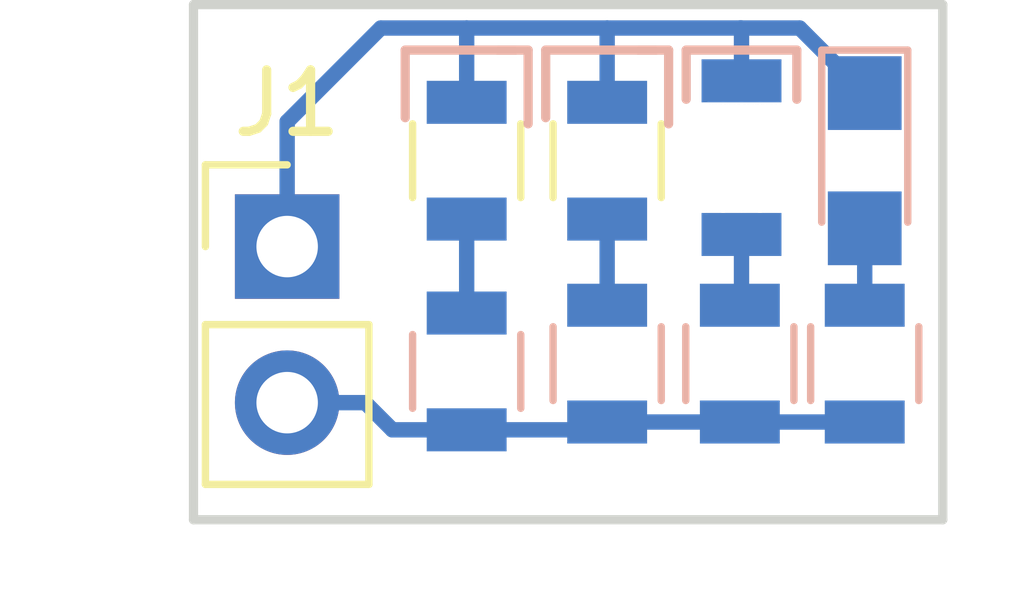
<source format=kicad_pcb>
(kicad_pcb (version 4) (host pcbnew 4.0.7)

  (general
    (links 12)
    (no_connects 2)
    (area 150.927999 106.223999 163.270001 114.756001)
    (thickness 1.6)
    (drawings 4)
    (tracks 21)
    (zones 0)
    (modules 9)
    (nets 7)
  )

  (page A4)
  (layers
    (0 F.Cu signal)
    (31 B.Cu signal)
    (32 B.Adhes user)
    (33 F.Adhes user)
    (34 B.Paste user)
    (35 F.Paste user)
    (36 B.SilkS user)
    (37 F.SilkS user)
    (38 B.Mask user)
    (39 F.Mask user)
    (40 Dwgs.User user)
    (41 Cmts.User user)
    (42 Eco1.User user)
    (43 Eco2.User user)
    (44 Edge.Cuts user)
    (45 Margin user)
    (46 B.CrtYd user)
    (47 F.CrtYd user)
    (48 B.Fab user)
    (49 F.Fab user)
  )

  (setup
    (last_trace_width 0.25)
    (trace_clearance 0)
    (zone_clearance 0.508)
    (zone_45_only no)
    (trace_min 0.2)
    (segment_width 0.2)
    (edge_width 0.15)
    (via_size 0.6)
    (via_drill 0.4)
    (via_min_size 0.4)
    (via_min_drill 0.3)
    (uvia_size 0.3)
    (uvia_drill 0.1)
    (uvias_allowed no)
    (uvia_min_size 0.2)
    (uvia_min_drill 0.1)
    (pcb_text_width 0.3)
    (pcb_text_size 1.5 1.5)
    (mod_edge_width 0.15)
    (mod_text_size 1 1)
    (mod_text_width 0.15)
    (pad_size 1.524 1.524)
    (pad_drill 0.762)
    (pad_to_mask_clearance 0.2)
    (aux_axis_origin 0 0)
    (visible_elements FFFFFF7F)
    (pcbplotparams
      (layerselection 0x00030_80000001)
      (usegerberextensions false)
      (excludeedgelayer true)
      (linewidth 0.100000)
      (plotframeref false)
      (viasonmask false)
      (mode 1)
      (useauxorigin false)
      (hpglpennumber 1)
      (hpglpenspeed 20)
      (hpglpendiameter 15)
      (hpglpenoverlay 2)
      (psnegative false)
      (psa4output false)
      (plotreference true)
      (plotvalue true)
      (plotinvisibletext false)
      (padsonsilk false)
      (subtractmaskfromsilk false)
      (outputformat 1)
      (mirror false)
      (drillshape 1)
      (scaleselection 1)
      (outputdirectory ""))
  )

  (net 0 "")
  (net 1 "Net-(D1-Pad1)")
  (net 2 "Net-(D1-Pad2)")
  (net 3 "Net-(D2-Pad2)")
  (net 4 "Net-(D3-Pad2)")
  (net 5 "Net-(D4-Pad2)")
  (net 6 "Net-(J1-Pad2)")

  (net_class Default "This is the default net class."
    (clearance 0)
    (trace_width 0.25)
    (via_dia 0.6)
    (via_drill 0.4)
    (uvia_dia 0.3)
    (uvia_drill 0.1)
    (add_net "Net-(D1-Pad1)")
    (add_net "Net-(D1-Pad2)")
    (add_net "Net-(D2-Pad2)")
    (add_net "Net-(D3-Pad2)")
    (add_net "Net-(D4-Pad2)")
    (add_net "Net-(J1-Pad2)")
  )

  (module SillyComps:GlowBug_CircleRelief placed (layer F.Cu) (tedit 5A206ECF) (tstamp 5A207889)
    (at 155.448 108.839 270)
    (descr "Resistor SMD 0805, reflow soldering, Vishay (see dcrcw.pdf)")
    (tags "resistor 0805")
    (path /5A20F6B1)
    (attr smd)
    (fp_text reference D1 (at 0 -1.65 270) (layer B.SilkS) hide
      (effects (font (size 1 1) (thickness 0.15)) (justify mirror))
    )
    (fp_text value LED (at 0 1.75 270) (layer B.Fab) hide
      (effects (font (size 1 1) (thickness 0.15)) (justify mirror))
    )
    (fp_line (start -0.3 0) (end 0.4 0) (layer B.Mask) (width 0.3))
    (fp_circle (center 0 0) (end 0.3 0.2) (layer B.Mask) (width 0.9))
    (fp_line (start -1.8 -1) (end -1.8 -0.5) (layer B.SilkS) (width 0.15))
    (fp_line (start -0.6 -1) (end -1.8 -1) (layer B.SilkS) (width 0.15))
    (fp_line (start -1.8 -0.8) (end -1.8 1) (layer B.SilkS) (width 0.15))
    (fp_line (start -1.8 1) (end -0.7 1) (layer B.SilkS) (width 0.15))
    (fp_line (start -0.3 0) (end 0.4 0) (layer F.Mask) (width 0.3))
    (fp_circle (center 0 0) (end 0.3 0.2) (layer F.Mask) (width 0.9))
    (fp_text user %R (at -0.1 0 270) (layer B.Fab)
      (effects (font (size 0.5 0.5) (thickness 0.075)) (justify mirror))
    )
    (fp_line (start 0.6 0.88) (end -0.6 0.88) (layer F.SilkS) (width 0.12))
    (fp_line (start -0.6 -0.88) (end 0.6 -0.88) (layer F.SilkS) (width 0.12))
    (fp_line (start -1.55 -0.9) (end 1.55 -0.9) (layer F.CrtYd) (width 0.05))
    (fp_line (start -1.55 -0.9) (end -1.55 0.9) (layer F.CrtYd) (width 0.05))
    (fp_line (start 1.55 0.9) (end 1.55 -0.9) (layer F.CrtYd) (width 0.05))
    (fp_line (start 1.55 0.9) (end -1.55 0.9) (layer F.CrtYd) (width 0.05))
    (pad 1 smd rect (at -0.95 0 270) (size 0.7 1.3) (layers B.Cu F.Paste B.Mask)
      (net 1 "Net-(D1-Pad1)"))
    (pad 2 smd rect (at 0.95 0 270) (size 0.7 1.3) (layers B.Cu B.Paste B.Mask)
      (net 2 "Net-(D1-Pad2)"))
    (model ${KISYS3DMOD}/Resistors_SMD.3dshapes/R_0805.wrl
      (at (xyz 0 0 0))
      (scale (xyz 1 1 1))
      (rotate (xyz 0 0 0))
    )
  )

  (module SillyComps:GlowBug_CircleRelief_Single_Side placed (layer F.Cu) (tedit 5A206ED6) (tstamp 5A20789C)
    (at 157.734 108.839 270)
    (descr "Resistor SMD 0805, reflow soldering, Vishay (see dcrcw.pdf)")
    (tags "resistor 0805")
    (path /5A20F651)
    (attr smd)
    (fp_text reference D2 (at 0 -1.65 270) (layer B.SilkS) hide
      (effects (font (size 1 1) (thickness 0.15)) (justify mirror))
    )
    (fp_text value LED (at 0 1.75 270) (layer B.Fab) hide
      (effects (font (size 1 1) (thickness 0.15)) (justify mirror))
    )
    (fp_line (start -0.3 0) (end 0.4 0) (layer B.Mask) (width 0.3))
    (fp_circle (center 0 0) (end 0.3 0.2) (layer B.Mask) (width 0.9))
    (fp_line (start -1.8 -1) (end -1.8 -0.5) (layer B.SilkS) (width 0.15))
    (fp_line (start -0.6 -1) (end -1.8 -1) (layer B.SilkS) (width 0.15))
    (fp_line (start -1.8 -0.8) (end -1.8 1) (layer B.SilkS) (width 0.15))
    (fp_line (start -1.8 1) (end -0.7 1) (layer B.SilkS) (width 0.15))
    (fp_text user %R (at -0.1 0 270) (layer B.Fab)
      (effects (font (size 0.5 0.5) (thickness 0.075)) (justify mirror))
    )
    (fp_line (start 0.6 0.88) (end -0.6 0.88) (layer F.SilkS) (width 0.12))
    (fp_line (start -0.6 -0.88) (end 0.6 -0.88) (layer F.SilkS) (width 0.12))
    (fp_line (start -1.55 -0.9) (end 1.55 -0.9) (layer F.CrtYd) (width 0.05))
    (fp_line (start -1.55 -0.9) (end -1.55 0.9) (layer F.CrtYd) (width 0.05))
    (fp_line (start 1.55 0.9) (end 1.55 -0.9) (layer F.CrtYd) (width 0.05))
    (fp_line (start 1.55 0.9) (end -1.55 0.9) (layer F.CrtYd) (width 0.05))
    (pad 1 smd rect (at -0.95 0 270) (size 0.7 1.3) (layers B.Cu F.Paste B.Mask)
      (net 1 "Net-(D1-Pad1)"))
    (pad 2 smd rect (at 0.95 0 270) (size 0.7 1.3) (layers B.Cu B.Paste B.Mask)
      (net 3 "Net-(D2-Pad2)"))
    (model ${KISYS3DMOD}/Resistors_SMD.3dshapes/R_0805.wrl
      (at (xyz 0 0 0))
      (scale (xyz 1 1 1))
      (rotate (xyz 0 0 0))
    )
  )

  (module SillyComps:GlowBug_Holes placed (layer F.Cu) (tedit 5A206EE1) (tstamp 5A2078C3)
    (at 160.02 108.839 270)
    (path /5A20F6D5)
    (fp_text reference D3 (at 0.8 -1.5 270) (layer F.SilkS) hide
      (effects (font (size 1 1) (thickness 0.15)))
    )
    (fp_text value LED (at -0.5 -3 270) (layer F.Fab)
      (effects (font (size 1 1) (thickness 0.15)))
    )
    (fp_line (start -1 -0.8) (end -1.8 -0.8) (layer B.SilkS) (width 0.15))
    (fp_line (start -1.8 -0.8) (end -1.8 1) (layer B.SilkS) (width 0.15))
    (fp_line (start -1.8 1) (end -1 1) (layer B.SilkS) (width 0.15))
    (pad "" np_thru_hole circle (at 0.7 0.7 90) (size 0.29 0.29) (drill 0.29) (layers *.Cu *.Mask))
    (pad "" np_thru_hole circle (at 0.7 -0.2 90) (size 0.254 0.254) (drill 0.254) (layers *.Cu *.Mask))
    (pad "" np_thru_hole circle (at 0.4 -0.2 90) (size 0.254 0.254) (drill 0.254) (layers *.Cu *.Mask))
    (pad "" np_thru_hole circle (at 0.1 -0.2 90) (size 0.254 0.254) (drill 0.254) (layers *.Cu *.Mask))
    (pad "" np_thru_hole circle (at -0.2 -0.2 90) (size 0.254 0.254) (drill 0.254) (layers *.Cu *.Mask))
    (pad "" np_thru_hole circle (at -0.5 -0.2 90) (size 0.254 0.254) (drill 0.254) (layers *.Cu *.Mask))
    (pad "" np_thru_hole circle (at -0.8 -0.2 90) (size 0.254 0.254) (drill 0.254) (layers *.Cu *.Mask))
    (pad "" np_thru_hole circle (at 0.7 0.1 90) (size 0.245 0.245) (drill 0.245) (layers *.Cu *.Mask))
    (pad 1 smd rect (at -1.2 0.1 90) (size 0.7 1.3) (drill (offset 0.1 0)) (layers B.Cu B.Paste B.Mask)
      (net 1 "Net-(D1-Pad1)"))
    (pad 2 smd rect (at 1.1 0.1 270) (size 0.7 1.3) (drill oval (offset 0.1 0)) (layers B.Cu B.Paste B.Mask)
      (net 4 "Net-(D3-Pad2)"))
    (pad "" np_thru_hole circle (at 0.7 -0.5 90) (size 0.245 0.245) (drill 0.245) (layers *.Cu *.Mask))
    (pad "" np_thru_hole circle (at 0.7 0.4 90) (size 0.254 0.254) (drill 0.254) (layers *.Cu *.Mask))
    (pad "" np_thru_hole circle (at 0.4 -0.5 90) (size 0.254 0.254) (drill 0.254) (layers *.Cu *.Mask))
    (pad "" np_thru_hole circle (at 0.4 0.1 90) (size 0.254 0.254) (drill 0.254) (layers *.Cu *.Mask))
    (pad "" np_thru_hole circle (at 0.4 0.4 90) (size 0.254 0.254) (drill 0.254) (layers *.Cu *.Mask))
    (pad "" np_thru_hole circle (at 0.1 -0.5 90) (size 0.254 0.254) (drill 0.254) (layers *.Cu *.Mask))
    (pad "" np_thru_hole circle (at 0.1 0.1 90) (size 0.254 0.254) (drill 0.254) (layers *.Cu *.Mask))
    (pad "" np_thru_hole circle (at 0.1 0.4 90) (size 0.254 0.254) (drill 0.254) (layers *.Cu *.Mask))
    (pad "" np_thru_hole circle (at -0.2 -0.5 90) (size 0.254 0.254) (drill 0.254) (layers *.Cu *.Mask))
    (pad "" np_thru_hole circle (at -0.2 0.1 90) (size 0.254 0.254) (drill 0.254) (layers *.Cu *.Mask))
    (pad "" np_thru_hole circle (at -0.2 0.4 90) (size 0.254 0.254) (drill 0.254) (layers *.Cu *.Mask))
    (pad "" np_thru_hole circle (at -0.5 -0.5 90) (size 0.254 0.254) (drill 0.254) (layers *.Cu *.Mask))
    (pad "" np_thru_hole circle (at -0.5 0.1 90) (size 0.254 0.254) (drill 0.254) (layers *.Cu *.Mask))
    (pad "" np_thru_hole circle (at -0.5 0.4 90) (size 0.254 0.254) (drill 0.254) (layers *.Cu *.Mask))
    (pad "" np_thru_hole circle (at -0.8 -0.5 90) (size 0.254 0.254) (drill 0.254) (layers *.Cu *.Mask))
    (pad "" np_thru_hole circle (at -0.8 0.1 90) (size 0.254 0.254) (drill 0.254) (layers *.Cu *.Mask))
    (pad "" np_thru_hole circle (at -0.8 0.4 90) (size 0.254 0.254) (drill 0.254) (layers *.Cu *.Mask))
    (pad "" np_thru_hole circle (at -0.8 0.7 90) (size 0.29 0.29) (drill 0.29) (layers *.Cu *.Mask))
    (pad "" np_thru_hole circle (at -0.5 0.7 90) (size 0.29 0.29) (drill 0.29) (layers *.Cu *.Mask))
    (pad "" np_thru_hole circle (at -0.2 0.7 90) (size 0.29 0.29) (drill 0.29) (layers *.Cu *.Mask))
    (pad "" np_thru_hole circle (at 0.1 0.7 90) (size 0.29 0.29) (drill 0.29) (layers *.Cu *.Mask))
    (pad "" np_thru_hole circle (at 0.4 0.7 90) (size 0.29 0.29) (drill 0.29) (layers *.Cu *.Mask))
  )

  (module LEDs:LED_0805 placed (layer B.Cu) (tedit 5A206EB0) (tstamp 5A2078C9)
    (at 161.925 108.839 270)
    (descr "LED 0805 smd package")
    (tags "LED led 0805 SMD smd SMT smt smdled SMDLED smtled SMTLED")
    (path /5A20F6FB)
    (attr smd)
    (fp_text reference D4 (at 0 1.45 270) (layer B.SilkS) hide
      (effects (font (size 1 1) (thickness 0.15)) (justify mirror))
    )
    (fp_text value LED (at 0 -1.55 270) (layer B.Fab)
      (effects (font (size 1 1) (thickness 0.15)) (justify mirror))
    )
    (fp_line (start -1.8 0.7) (end -1.8 -0.7) (layer B.SilkS) (width 0.12))
    (fp_line (start -0.4 0.4) (end -0.4 -0.4) (layer B.Fab) (width 0.1))
    (fp_line (start -0.4 0) (end 0.2 0.4) (layer B.Fab) (width 0.1))
    (fp_line (start 0.2 -0.4) (end -0.4 0) (layer B.Fab) (width 0.1))
    (fp_line (start 0.2 0.4) (end 0.2 -0.4) (layer B.Fab) (width 0.1))
    (fp_line (start 1 -0.6) (end -1 -0.6) (layer B.Fab) (width 0.1))
    (fp_line (start 1 0.6) (end 1 -0.6) (layer B.Fab) (width 0.1))
    (fp_line (start -1 0.6) (end 1 0.6) (layer B.Fab) (width 0.1))
    (fp_line (start -1 -0.6) (end -1 0.6) (layer B.Fab) (width 0.1))
    (fp_line (start -1.8 -0.7) (end 1 -0.7) (layer B.SilkS) (width 0.12))
    (fp_line (start -1.8 0.7) (end 1 0.7) (layer B.SilkS) (width 0.12))
    (fp_line (start 1.95 0.85) (end 1.95 -0.85) (layer B.CrtYd) (width 0.05))
    (fp_line (start 1.95 -0.85) (end -1.95 -0.85) (layer B.CrtYd) (width 0.05))
    (fp_line (start -1.95 -0.85) (end -1.95 0.85) (layer B.CrtYd) (width 0.05))
    (fp_line (start -1.95 0.85) (end 1.95 0.85) (layer B.CrtYd) (width 0.05))
    (fp_text user %R (at 0 1.25 270) (layer B.Fab)
      (effects (font (size 0.4 0.4) (thickness 0.1)) (justify mirror))
    )
    (pad 2 smd rect (at 1.1 0 90) (size 1.2 1.2) (layers B.Cu B.Paste B.Mask)
      (net 5 "Net-(D4-Pad2)"))
    (pad 1 smd rect (at -1.1 0 90) (size 1.2 1.2) (layers B.Cu B.Paste B.Mask)
      (net 1 "Net-(D1-Pad1)"))
    (model ${KISYS3DMOD}/LEDs.3dshapes/LED_0805.wrl
      (at (xyz 0 0 0))
      (scale (xyz 1 1 1))
      (rotate (xyz 0 0 180))
    )
  )

  (module Pin_Headers:Pin_Header_Straight_1x02_Pitch2.54mm placed (layer F.Cu) (tedit 59650532) (tstamp 5A2078CF)
    (at 152.527 110.236)
    (descr "Through hole straight pin header, 1x02, 2.54mm pitch, single row")
    (tags "Through hole pin header THT 1x02 2.54mm single row")
    (path /5A20F730)
    (fp_text reference J1 (at 0 -2.33) (layer F.SilkS)
      (effects (font (size 1 1) (thickness 0.15)))
    )
    (fp_text value Conn_01x02 (at 0 4.87) (layer F.Fab)
      (effects (font (size 1 1) (thickness 0.15)))
    )
    (fp_line (start -0.635 -1.27) (end 1.27 -1.27) (layer F.Fab) (width 0.1))
    (fp_line (start 1.27 -1.27) (end 1.27 3.81) (layer F.Fab) (width 0.1))
    (fp_line (start 1.27 3.81) (end -1.27 3.81) (layer F.Fab) (width 0.1))
    (fp_line (start -1.27 3.81) (end -1.27 -0.635) (layer F.Fab) (width 0.1))
    (fp_line (start -1.27 -0.635) (end -0.635 -1.27) (layer F.Fab) (width 0.1))
    (fp_line (start -1.33 3.87) (end 1.33 3.87) (layer F.SilkS) (width 0.12))
    (fp_line (start -1.33 1.27) (end -1.33 3.87) (layer F.SilkS) (width 0.12))
    (fp_line (start 1.33 1.27) (end 1.33 3.87) (layer F.SilkS) (width 0.12))
    (fp_line (start -1.33 1.27) (end 1.33 1.27) (layer F.SilkS) (width 0.12))
    (fp_line (start -1.33 0) (end -1.33 -1.33) (layer F.SilkS) (width 0.12))
    (fp_line (start -1.33 -1.33) (end 0 -1.33) (layer F.SilkS) (width 0.12))
    (fp_line (start -1.8 -1.8) (end -1.8 4.35) (layer F.CrtYd) (width 0.05))
    (fp_line (start -1.8 4.35) (end 1.8 4.35) (layer F.CrtYd) (width 0.05))
    (fp_line (start 1.8 4.35) (end 1.8 -1.8) (layer F.CrtYd) (width 0.05))
    (fp_line (start 1.8 -1.8) (end -1.8 -1.8) (layer F.CrtYd) (width 0.05))
    (fp_text user %R (at 0 1.27 90) (layer F.Fab)
      (effects (font (size 1 1) (thickness 0.15)))
    )
    (pad 1 thru_hole rect (at 0 0) (size 1.7 1.7) (drill 1) (layers *.Cu *.Mask)
      (net 1 "Net-(D1-Pad1)"))
    (pad 2 thru_hole oval (at 0 2.54) (size 1.7 1.7) (drill 1) (layers *.Cu *.Mask)
      (net 6 "Net-(J1-Pad2)"))
    (model ${KISYS3DMOD}/Pin_Headers.3dshapes/Pin_Header_Straight_1x02_Pitch2.54mm.wrl
      (at (xyz 0 0 0))
      (scale (xyz 1 1 1))
      (rotate (xyz 0 0 0))
    )
  )

  (module Resistors_SMD:R_0805 placed (layer B.Cu) (tedit 5A206EC5) (tstamp 5A2078E0)
    (at 155.448 112.268 270)
    (descr "Resistor SMD 0805, reflow soldering, Vishay (see dcrcw.pdf)")
    (tags "resistor 0805")
    (path /5A20F5BC)
    (attr smd)
    (fp_text reference R1 (at 0 1.65 270) (layer B.SilkS) hide
      (effects (font (size 1 1) (thickness 0.15)) (justify mirror))
    )
    (fp_text value 200 (at 0 -1.75 270) (layer B.Fab)
      (effects (font (size 1 1) (thickness 0.15)) (justify mirror))
    )
    (fp_text user %R (at 0 0 270) (layer B.Fab)
      (effects (font (size 0.5 0.5) (thickness 0.075)) (justify mirror))
    )
    (fp_line (start -1 -0.62) (end -1 0.62) (layer B.Fab) (width 0.1))
    (fp_line (start 1 -0.62) (end -1 -0.62) (layer B.Fab) (width 0.1))
    (fp_line (start 1 0.62) (end 1 -0.62) (layer B.Fab) (width 0.1))
    (fp_line (start -1 0.62) (end 1 0.62) (layer B.Fab) (width 0.1))
    (fp_line (start 0.6 -0.88) (end -0.6 -0.88) (layer B.SilkS) (width 0.12))
    (fp_line (start -0.6 0.88) (end 0.6 0.88) (layer B.SilkS) (width 0.12))
    (fp_line (start -1.55 0.9) (end 1.55 0.9) (layer B.CrtYd) (width 0.05))
    (fp_line (start -1.55 0.9) (end -1.55 -0.9) (layer B.CrtYd) (width 0.05))
    (fp_line (start 1.55 -0.9) (end 1.55 0.9) (layer B.CrtYd) (width 0.05))
    (fp_line (start 1.55 -0.9) (end -1.55 -0.9) (layer B.CrtYd) (width 0.05))
    (pad 1 smd rect (at -0.95 0 270) (size 0.7 1.3) (layers B.Cu B.Paste B.Mask)
      (net 2 "Net-(D1-Pad2)"))
    (pad 2 smd rect (at 0.95 0 270) (size 0.7 1.3) (layers B.Cu B.Paste B.Mask)
      (net 6 "Net-(J1-Pad2)"))
    (model ${KISYS3DMOD}/Resistors_SMD.3dshapes/R_0805.wrl
      (at (xyz 0 0 0))
      (scale (xyz 1 1 1))
      (rotate (xyz 0 0 0))
    )
  )

  (module Resistors_SMD:R_0805 placed (layer B.Cu) (tedit 5A206EBF) (tstamp 5A2078F1)
    (at 157.734 112.141 270)
    (descr "Resistor SMD 0805, reflow soldering, Vishay (see dcrcw.pdf)")
    (tags "resistor 0805")
    (path /5A20F5F4)
    (attr smd)
    (fp_text reference R2 (at 0 1.65 270) (layer B.SilkS) hide
      (effects (font (size 1 1) (thickness 0.15)) (justify mirror))
    )
    (fp_text value 200 (at 0 -1.75 270) (layer B.Fab)
      (effects (font (size 1 1) (thickness 0.15)) (justify mirror))
    )
    (fp_text user %R (at 0 0 270) (layer B.Fab)
      (effects (font (size 0.5 0.5) (thickness 0.075)) (justify mirror))
    )
    (fp_line (start -1 -0.62) (end -1 0.62) (layer B.Fab) (width 0.1))
    (fp_line (start 1 -0.62) (end -1 -0.62) (layer B.Fab) (width 0.1))
    (fp_line (start 1 0.62) (end 1 -0.62) (layer B.Fab) (width 0.1))
    (fp_line (start -1 0.62) (end 1 0.62) (layer B.Fab) (width 0.1))
    (fp_line (start 0.6 -0.88) (end -0.6 -0.88) (layer B.SilkS) (width 0.12))
    (fp_line (start -0.6 0.88) (end 0.6 0.88) (layer B.SilkS) (width 0.12))
    (fp_line (start -1.55 0.9) (end 1.55 0.9) (layer B.CrtYd) (width 0.05))
    (fp_line (start -1.55 0.9) (end -1.55 -0.9) (layer B.CrtYd) (width 0.05))
    (fp_line (start 1.55 -0.9) (end 1.55 0.9) (layer B.CrtYd) (width 0.05))
    (fp_line (start 1.55 -0.9) (end -1.55 -0.9) (layer B.CrtYd) (width 0.05))
    (pad 1 smd rect (at -0.95 0 270) (size 0.7 1.3) (layers B.Cu B.Paste B.Mask)
      (net 3 "Net-(D2-Pad2)"))
    (pad 2 smd rect (at 0.95 0 270) (size 0.7 1.3) (layers B.Cu B.Paste B.Mask)
      (net 6 "Net-(J1-Pad2)"))
    (model ${KISYS3DMOD}/Resistors_SMD.3dshapes/R_0805.wrl
      (at (xyz 0 0 0))
      (scale (xyz 1 1 1))
      (rotate (xyz 0 0 0))
    )
  )

  (module Resistors_SMD:R_0805 placed (layer B.Cu) (tedit 5A206EB7) (tstamp 5A207902)
    (at 159.893 112.141 270)
    (descr "Resistor SMD 0805, reflow soldering, Vishay (see dcrcw.pdf)")
    (tags "resistor 0805")
    (path /5A20F613)
    (attr smd)
    (fp_text reference R3 (at 0 1.65 270) (layer B.SilkS) hide
      (effects (font (size 1 1) (thickness 0.15)) (justify mirror))
    )
    (fp_text value 200 (at 0 -1.75 270) (layer B.Fab)
      (effects (font (size 1 1) (thickness 0.15)) (justify mirror))
    )
    (fp_text user %R (at 0 0 270) (layer B.Fab)
      (effects (font (size 0.5 0.5) (thickness 0.075)) (justify mirror))
    )
    (fp_line (start -1 -0.62) (end -1 0.62) (layer B.Fab) (width 0.1))
    (fp_line (start 1 -0.62) (end -1 -0.62) (layer B.Fab) (width 0.1))
    (fp_line (start 1 0.62) (end 1 -0.62) (layer B.Fab) (width 0.1))
    (fp_line (start -1 0.62) (end 1 0.62) (layer B.Fab) (width 0.1))
    (fp_line (start 0.6 -0.88) (end -0.6 -0.88) (layer B.SilkS) (width 0.12))
    (fp_line (start -0.6 0.88) (end 0.6 0.88) (layer B.SilkS) (width 0.12))
    (fp_line (start -1.55 0.9) (end 1.55 0.9) (layer B.CrtYd) (width 0.05))
    (fp_line (start -1.55 0.9) (end -1.55 -0.9) (layer B.CrtYd) (width 0.05))
    (fp_line (start 1.55 -0.9) (end 1.55 0.9) (layer B.CrtYd) (width 0.05))
    (fp_line (start 1.55 -0.9) (end -1.55 -0.9) (layer B.CrtYd) (width 0.05))
    (pad 1 smd rect (at -0.95 0 270) (size 0.7 1.3) (layers B.Cu B.Paste B.Mask)
      (net 4 "Net-(D3-Pad2)"))
    (pad 2 smd rect (at 0.95 0 270) (size 0.7 1.3) (layers B.Cu B.Paste B.Mask)
      (net 6 "Net-(J1-Pad2)"))
    (model ${KISYS3DMOD}/Resistors_SMD.3dshapes/R_0805.wrl
      (at (xyz 0 0 0))
      (scale (xyz 1 1 1))
      (rotate (xyz 0 0 0))
    )
  )

  (module Resistors_SMD:R_0805 placed (layer B.Cu) (tedit 5A206EA9) (tstamp 5A207913)
    (at 161.925 112.141 270)
    (descr "Resistor SMD 0805, reflow soldering, Vishay (see dcrcw.pdf)")
    (tags "resistor 0805")
    (path /5A20F62C)
    (attr smd)
    (fp_text reference R4 (at 0 1.65 270) (layer B.SilkS) hide
      (effects (font (size 1 1) (thickness 0.15)) (justify mirror))
    )
    (fp_text value 200 (at 0 -1.75 270) (layer B.Fab)
      (effects (font (size 1 1) (thickness 0.15)) (justify mirror))
    )
    (fp_text user %R (at 0 0 270) (layer B.Fab)
      (effects (font (size 0.5 0.5) (thickness 0.075)) (justify mirror))
    )
    (fp_line (start -1 -0.62) (end -1 0.62) (layer B.Fab) (width 0.1))
    (fp_line (start 1 -0.62) (end -1 -0.62) (layer B.Fab) (width 0.1))
    (fp_line (start 1 0.62) (end 1 -0.62) (layer B.Fab) (width 0.1))
    (fp_line (start -1 0.62) (end 1 0.62) (layer B.Fab) (width 0.1))
    (fp_line (start 0.6 -0.88) (end -0.6 -0.88) (layer B.SilkS) (width 0.12))
    (fp_line (start -0.6 0.88) (end 0.6 0.88) (layer B.SilkS) (width 0.12))
    (fp_line (start -1.55 0.9) (end 1.55 0.9) (layer B.CrtYd) (width 0.05))
    (fp_line (start -1.55 0.9) (end -1.55 -0.9) (layer B.CrtYd) (width 0.05))
    (fp_line (start 1.55 -0.9) (end 1.55 0.9) (layer B.CrtYd) (width 0.05))
    (fp_line (start 1.55 -0.9) (end -1.55 -0.9) (layer B.CrtYd) (width 0.05))
    (pad 1 smd rect (at -0.95 0 270) (size 0.7 1.3) (layers B.Cu B.Paste B.Mask)
      (net 5 "Net-(D4-Pad2)"))
    (pad 2 smd rect (at 0.95 0 270) (size 0.7 1.3) (layers B.Cu B.Paste B.Mask)
      (net 6 "Net-(J1-Pad2)"))
    (model ${KISYS3DMOD}/Resistors_SMD.3dshapes/R_0805.wrl
      (at (xyz 0 0 0))
      (scale (xyz 1 1 1))
      (rotate (xyz 0 0 0))
    )
  )

  (gr_line (start 163.195 106.299) (end 163.195 114.681) (angle 90) (layer Edge.Cuts) (width 0.15) (tstamp 5A207DEB))
  (gr_line (start 151.003 106.299) (end 151.003 114.681) (angle 90) (layer Edge.Cuts) (width 0.15))
  (gr_line (start 151.003 106.299) (end 163.195 106.299) (angle 90) (layer Edge.Cuts) (width 0.15))
  (gr_line (start 163.195 114.681) (end 151.003 114.681) (angle 90) (layer Edge.Cuts) (width 0.15))

  (segment (start 159.92 107.639) (end 159.92 106.68) (width 0.25) (layer B.Cu) (net 1))
  (segment (start 159.92 106.68) (end 159.893 106.68) (width 0.25) (layer B.Cu) (net 1) (tstamp 5A207DE1))
  (segment (start 155.448 107.889) (end 155.448 106.68) (width 0.25) (layer B.Cu) (net 1))
  (segment (start 157.734 107.889) (end 157.734 106.68) (width 0.25) (layer B.Cu) (net 1))
  (segment (start 152.527 110.236) (end 152.527 108.204) (width 0.25) (layer B.Cu) (net 1))
  (segment (start 160.866 106.68) (end 161.925 107.739) (width 0.25) (layer B.Cu) (net 1) (tstamp 5A207D9E))
  (segment (start 154.051 106.68) (end 155.448 106.68) (width 0.25) (layer B.Cu) (net 1) (tstamp 5A207D9C))
  (segment (start 155.448 106.68) (end 157.734 106.68) (width 0.25) (layer B.Cu) (net 1) (tstamp 5A207DA9))
  (segment (start 157.734 106.68) (end 159.893 106.68) (width 0.25) (layer B.Cu) (net 1) (tstamp 5A207DA5))
  (segment (start 159.893 106.68) (end 160.866 106.68) (width 0.25) (layer B.Cu) (net 1) (tstamp 5A207DE4))
  (segment (start 152.527 108.204) (end 154.051 106.68) (width 0.25) (layer B.Cu) (net 1) (tstamp 5A207D9A))
  (segment (start 155.448 109.789) (end 155.448 111.318) (width 0.25) (layer B.Cu) (net 2))
  (segment (start 157.734 109.789) (end 157.734 111.191) (width 0.25) (layer B.Cu) (net 3))
  (segment (start 159.92 109.939) (end 159.92 111.164) (width 0.25) (layer B.Cu) (net 4))
  (segment (start 159.92 111.164) (end 159.893 111.191) (width 0.25) (layer B.Cu) (net 4) (tstamp 5A207DDE))
  (segment (start 161.925 109.939) (end 161.925 111.191) (width 0.25) (layer B.Cu) (net 5))
  (segment (start 152.527 112.776) (end 153.797 112.776) (width 0.25) (layer B.Cu) (net 6))
  (segment (start 154.239 113.218) (end 157.607 113.218) (width 0.25) (layer B.Cu) (net 6) (tstamp 5A207D88))
  (segment (start 153.797 112.776) (end 154.239 113.218) (width 0.25) (layer B.Cu) (net 6) (tstamp 5A207D87))
  (segment (start 157.607 113.218) (end 157.734 113.091) (width 0.25) (layer B.Cu) (net 6) (tstamp 5A207D89))
  (segment (start 157.734 113.091) (end 161.925 113.091) (width 0.25) (layer B.Cu) (net 6) (tstamp 5A207D8A))

)

</source>
